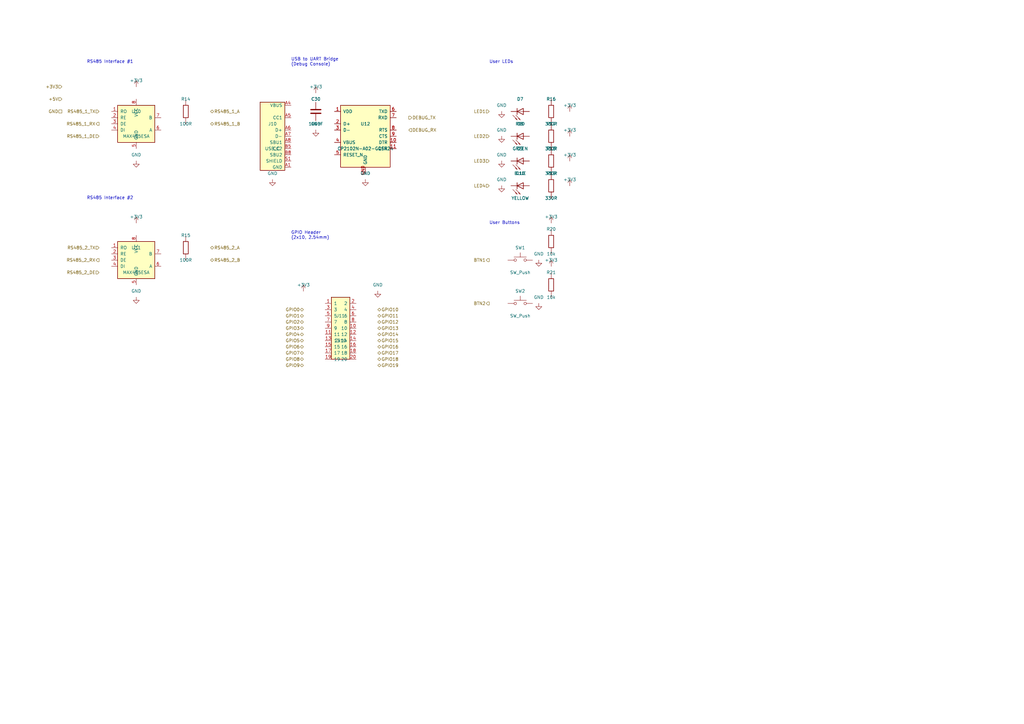
<source format=kicad_sch>
(kicad_sch (version 20250114) (generator "eeschema") (generator_version "9.0")
  (paper "A3")
  (title_block (title "Board Peripherals") (date "2024-12-11") (rev "1.0") (company "fcBoard Project"))
  (lib_symbols
    (symbol "fcBoard:+3V3" (power) (pin_numbers (hide yes)) (pin_names (offset 0) (hide yes)) (in_bom no)
      (property "Value" "+3V3" (at 0 3.81 0))
      (symbol "+3V3_0_1"
        (polyline (pts (xy -0.762 1.27) (xy 0 2.54)))
        (polyline (pts (xy 0 2.54) (xy 0.762 1.27)))
        (polyline (pts (xy 0 0) (xy 0 2.54)))
      )
      (symbol "+3V3_1_1"
        (pin power_in line (at 0 0 90) (length 0) (name "~") (number "1"))
      )
    )
    (symbol "fcBoard:+5V" (power) (pin_numbers (hide yes)) (pin_names (offset 0) (hide yes))
      (property "Value" "+5V" (at 0 3.81 0))
      (symbol "+5V_0_1"
        (polyline (pts (xy -0.762 1.27) (xy 0 2.54)))
        (polyline (pts (xy 0 2.54) (xy 0.762 1.27)))
        (polyline (pts (xy 0 0) (xy 0 2.54)))
      )
      (symbol "+5V_1_1"
        (pin power_in line (at 0 0 90) (length 0) (name "~") (number "1"))
      )
    )
    (symbol "fcBoard:C" (pin_numbers (hide yes)) (pin_names (offset 0.254))
      (property "Reference" "C" (at 0.635 2.54 0))
      (property "Value" "C" (at 0.635 -2.54 0))
      (symbol "C_0_1"
        (polyline (pts (xy -2.032 0.762) (xy 2.032 0.762)) (stroke (width 0.508)))
        (polyline (pts (xy -2.032 -0.762) (xy 2.032 -0.762)) (stroke (width 0.508)))
      )
      (symbol "C_1_1"
        (pin passive line (at 0 3.81 270) (length 2.794) (name "~") (number "1"))
        (pin passive line (at 0 -3.81 90) (length 2.794) (name "~") (number "2"))
      )
    )
    (symbol "fcBoard:CP2102N" (pin_names (offset 1.016))
      (property "Reference" "U" (at 0 15.24 0))
      (property "Value" "CP2102N" (at 0 -15.24 0))
      (symbol "CP2102N_0_1"
        (rectangle (start -10.16 12.7) (end 10.16 -12.7) (stroke (width 0.254)) (fill (type background)))
      )
      (symbol "CP2102N_1_1"
        (pin power_in line (at -12.7 10.16 0) (length 2.54) (name "VDD") (number "1"))
        (pin bidirectional line (at -12.7 5.08 0) (length 2.54) (name "D+") (number "2"))
        (pin bidirectional line (at -12.7 2.54 0) (length 2.54) (name "D-") (number "3"))
        (pin power_out line (at -12.7 -2.54 0) (length 2.54) (name "VBUS") (number "4"))
        (pin input line (at -12.7 -7.62 0) (length 2.54) (name "RESET_N") (number "5"))
        (pin power_in line (at 0 -15.24 90) (length 2.54) (name "GND") (number "GND"))
        (pin output line (at 12.7 10.16 180) (length 2.54) (name "TXD") (number "6"))
        (pin input line (at 12.7 7.62 180) (length 2.54) (name "RXD") (number "7"))
        (pin output line (at 12.7 2.54 180) (length 2.54) (name "RTS") (number "8"))
        (pin input line (at 12.7 0 180) (length 2.54) (name "CTS") (number "9"))
        (pin output line (at 12.7 -2.54 180) (length 2.54) (name "DTR") (number "10"))
        (pin input line (at 12.7 -5.08 180) (length 2.54) (name "DSR") (number "11"))
      )
    )
    (symbol "fcBoard:Conn_2x10" (pin_names (offset 1.016))
      (property "Reference" "J" (at 0 13.97 0))
      (property "Value" "Conn_2x10" (at 0 -13.97 0))
      (symbol "Conn_2x10_0_1"
        (rectangle (start -3.81 12.7) (end 3.81 -12.7) (stroke (width 0.254)) (fill (type background)))
      )
      (symbol "Conn_2x10_1_1"
        (pin passive line (at -6.35 10.16 0) (length 2.54) (name "1") (number "1"))
        (pin passive line (at -6.35 7.62 0) (length 2.54) (name "3") (number "3"))
        (pin passive line (at -6.35 5.08 0) (length 2.54) (name "5") (number "5"))
        (pin passive line (at -6.35 2.54 0) (length 2.54) (name "7") (number "7"))
        (pin passive line (at -6.35 0 0) (length 2.54) (name "9") (number "9"))
        (pin passive line (at -6.35 -2.54 0) (length 2.54) (name "11") (number "11"))
        (pin passive line (at -6.35 -5.08 0) (length 2.54) (name "13") (number "13"))
        (pin passive line (at -6.35 -7.62 0) (length 2.54) (name "15") (number "15"))
        (pin passive line (at -6.35 -10.16 0) (length 2.54) (name "17") (number "17"))
        (pin passive line (at -6.35 -12.7 0) (length 2.54) (name "19") (number "19"))
        (pin passive line (at 6.35 10.16 180) (length 2.54) (name "2") (number "2"))
        (pin passive line (at 6.35 7.62 180) (length 2.54) (name "4") (number "4"))
        (pin passive line (at 6.35 5.08 180) (length 2.54) (name "6") (number "6"))
        (pin passive line (at 6.35 2.54 180) (length 2.54) (name "8") (number "8"))
        (pin passive line (at 6.35 0 180) (length 2.54) (name "10") (number "10"))
        (pin passive line (at 6.35 -2.54 180) (length 2.54) (name "12") (number "12"))
        (pin passive line (at 6.35 -5.08 180) (length 2.54) (name "14") (number "14"))
        (pin passive line (at 6.35 -7.62 180) (length 2.54) (name "16") (number "16"))
        (pin passive line (at 6.35 -10.16 180) (length 2.54) (name "18") (number "18"))
        (pin passive line (at 6.35 -12.7 180) (length 2.54) (name "20") (number "20"))
      )
    )
    (symbol "fcBoard:GND" (power) (pin_numbers (hide yes)) (pin_names (offset 0) (hide yes)) (in_bom no)
      (property "Value" "GND" (at 0 -2.54 0))
      (symbol "GND_0_1"
        (polyline (pts (xy 0 0) (xy 0 -1.27) (xy 1.27 -1.27) (xy 0 -2.54) (xy -1.27 -1.27) (xy 0 -1.27)))
      )
      (symbol "GND_1_1"
        (pin power_in line (at 0 0 270) (length 0) (name "~") (number "1"))
      )
    )
    (symbol "fcBoard:LED" (pin_numbers (hide yes)) (pin_names (offset 1.016) (hide yes))
      (property "Reference" "D" (at 0 2.54 0))
      (property "Value" "LED" (at 0 -2.54 0))
      (symbol "LED_0_1"
        (polyline (pts (xy -3.048 -1.524) (xy -1.27 -3.302)))
        (polyline (pts (xy -2.032 -2.794) (xy -1.27 -3.556) (xy -1.778 -2.794)))
        (polyline (pts (xy -1.778 -1.524) (xy 0 -3.302)))
        (polyline (pts (xy -1.27 0) (xy 1.27 0)))
        (polyline (pts (xy -1.27 -1.27) (xy -1.27 1.27)) (stroke (width 0.254)))
        (polyline (pts (xy -0.762 -2.794) (xy 0 -3.556) (xy -0.508 -2.794)))
        (polyline (pts (xy 1.27 -1.27) (xy 1.27 1.27) (xy -1.27 0) (xy 1.27 -1.27)) (stroke (width 0.254)))
      )
      (symbol "LED_1_1"
        (pin passive line (at -3.81 0 0) (length 2.54) (name "K") (number "1"))
        (pin passive line (at 3.81 0 180) (length 2.54) (name "A") (number "2"))
      )
    )
    (symbol "fcBoard:MAX485" (pin_names (offset 1.016))
      (property "Reference" "U" (at 0 10.16 0))
      (property "Value" "MAX485" (at 0 -10.16 0))
      (symbol "MAX485_0_1"
        (rectangle (start -7.62 7.62) (end 7.62 -7.62) (stroke (width 0.254)) (fill (type background)))
      )
      (symbol "MAX485_1_1"
        (pin output line (at -10.16 5.08 0) (length 2.54) (name "RO") (number "1"))
        (pin input line (at -10.16 2.54 0) (length 2.54) (name "RE") (number "2"))
        (pin input line (at -10.16 0 0) (length 2.54) (name "DE") (number "3"))
        (pin input line (at -10.16 -2.54 0) (length 2.54) (name "DI") (number "4"))
        (pin power_in line (at 0 10.16 270) (length 2.54) (name "VCC") (number "8"))
        (pin power_in line (at 0 -10.16 90) (length 2.54) (name "GND") (number "5"))
        (pin bidirectional line (at 10.16 2.54 180) (length 2.54) (name "B") (number "7"))
        (pin bidirectional line (at 10.16 -2.54 180) (length 2.54) (name "A") (number "6"))
      )
    )
    (symbol "fcBoard:R" (pin_numbers (hide yes)) (pin_names (offset 0))
      (property "Reference" "R" (at 2.032 0 90))
      (property "Value" "R" (at 0 0 90))
      (symbol "R_0_1"
        (rectangle (start -1.016 -2.54) (end 1.016 2.54) (stroke (width 0.254)))
      )
      (symbol "R_1_1"
        (pin passive line (at 0 5.08 270) (length 2.54) (name "~") (number "1"))
        (pin passive line (at 0 -5.08 90) (length 2.54) (name "~") (number "2"))
      )
    )
    (symbol "fcBoard:SW_Push" (pin_numbers (hide yes)) (pin_names (offset 1.016) (hide yes))
      (property "Reference" "SW" (at 0 5.08 0))
      (property "Value" "SW_Push" (at 0 -3.81 0))
      (symbol "SW_Push_0_1"
        (polyline (pts (xy -2.54 1.27) (xy 2.54 1.27)))
        (circle (center -2.032 0) (radius 0.508))
        (polyline (pts (xy 0 1.27) (xy 0 3.048)))
        (circle (center 2.032 0) (radius 0.508))
      )
      (symbol "SW_Push_1_1"
        (pin passive line (at -5.08 0 0) (length 2.54) (name "1") (number "1"))
        (pin passive line (at 5.08 0 180) (length 2.54) (name "2") (number "2"))
      )
    )
    (symbol "fcBoard:USB_C" (pin_names (offset 1.016))
      (property "Reference" "J" (at 0 15.24 0))
      (property "Value" "USB_C" (at 0 -15.24 0))
      (symbol "USB_C_0_1"
        (rectangle (start -5.08 13.97) (end 5.08 -13.97) (stroke (width 0.254)) (fill (type background)))
      )
      (symbol "USB_C_1_1"
        (pin power_out line (at 7.62 12.7 180) (length 2.54) (name "VBUS") (number "A4"))
        (pin bidirectional line (at 7.62 7.62 180) (length 2.54) (name "CC1") (number "A5"))
        (pin bidirectional line (at 7.62 2.54 180) (length 2.54) (name "D+") (number "A6"))
        (pin bidirectional line (at 7.62 0 180) (length 2.54) (name "D-") (number "A7"))
        (pin bidirectional line (at 7.62 -2.54 180) (length 2.54) (name "SBU1") (number "A8"))
        (pin bidirectional line (at 7.62 -5.08 180) (length 2.54) (name "CC2") (number "B5"))
        (pin bidirectional line (at 7.62 -7.62 180) (length 2.54) (name "SBU2") (number "B8"))
        (pin passive line (at 7.62 -10.16 180) (length 2.54) (name "SHIELD") (number "S1"))
        (pin power_in line (at 7.62 -12.7 180) (length 2.54) (name "GND") (number "A1"))
      )
    )
  )
  (text "USB to UART Bridge\n(Debug Console)" (at 119.38 25.4 0) (effects (font (size 1.27 1.27)) (justify left)))
  (text "RS485 Interface #2" (at 35.56 81.28 0) (effects (font (size 1.27 1.27)) (justify left)))
  (text "User Buttons" (at 200.66 91.44 0) (effects (font (size 1.27 1.27)) (justify left)))
  (text "User LEDs" (at 200.66 25.4 0) (effects (font (size 1.27 1.27)) (justify left)))
  (text "GPIO Header\n(2x10, 2.54mm)" (at 119.38 96.52 0) (effects (font (size 1.27 1.27)) (justify left)))
  (text "RS485 Interface #1" (at 35.56 25.4 0) (effects (font (size 1.27 1.27)) (justify left)))
  (hierarchical_label "GPIO15" (shape bidirectional) (at 154.94 139.7 0))
  (hierarchical_label "RS485_1_TX" (shape input) (at 40.64 45.72 180))
  (hierarchical_label "GPIO8" (shape bidirectional) (at 124.46 147.32 180))
  (hierarchical_label "LED1" (shape input) (at 200.66 45.72 180))
  (hierarchical_label "GPIO16" (shape bidirectional) (at 154.94 142.24 0))
  (hierarchical_label "RS485_2_B" (shape bidirectional) (at 86.36 106.68 0))
  (hierarchical_label "GPIO1" (shape bidirectional) (at 124.46 129.54 180))
  (hierarchical_label "GPIO3" (shape bidirectional) (at 124.46 134.62 180))
  (hierarchical_label "GPIO14" (shape bidirectional) (at 154.94 137.16 0))
  (hierarchical_label "RS485_2_DE" (shape input) (at 40.64 111.76 180))
  (hierarchical_label "GPIO2" (shape bidirectional) (at 124.46 132.08 180))
  (hierarchical_label "GPIO18" (shape bidirectional) (at 154.94 147.32 0))
  (hierarchical_label "GPIO6" (shape bidirectional) (at 124.46 142.24 180))
  (hierarchical_label "RS485_2_A" (shape bidirectional) (at 86.36 101.6 0))
  (hierarchical_label "DEBUG_RX" (shape input) (at 167.64 53.34 0))
  (hierarchical_label "GPIO0" (shape bidirectional) (at 124.46 127 180))
  (hierarchical_label "GPIO19" (shape bidirectional) (at 154.94 149.86 0))
  (hierarchical_label "RS485_2_RX" (shape output) (at 40.64 106.68 180))
  (hierarchical_label "+3V3" (shape input) (at 25.4 35.56 180))
  (hierarchical_label "GPIO4" (shape bidirectional) (at 124.46 137.16 180))
  (hierarchical_label "LED3" (shape input) (at 200.66 66.04 180))
  (hierarchical_label "RS485_1_DE" (shape input) (at 40.64 55.88 180))
  (hierarchical_label "GPIO13" (shape bidirectional) (at 154.94 134.62 0))
  (hierarchical_label "GPIO9" (shape bidirectional) (at 124.46 149.86 180))
  (hierarchical_label "RS485_2_TX" (shape input) (at 40.64 101.6 180))
  (hierarchical_label "GPIO5" (shape bidirectional) (at 124.46 139.7 180))
  (hierarchical_label "DEBUG_TX" (shape output) (at 167.64 48.26 0))
  (hierarchical_label "GPIO17" (shape bidirectional) (at 154.94 144.78 0))
  (hierarchical_label "GPIO10" (shape bidirectional) (at 154.94 127 0))
  (hierarchical_label "GPIO11" (shape bidirectional) (at 154.94 129.54 0))
  (hierarchical_label "RS485_1_B" (shape bidirectional) (at 86.36 50.8 0))
  (hierarchical_label "GPIO7" (shape bidirectional) (at 124.46 144.78 180))
  (hierarchical_label "RS485_1_A" (shape bidirectional) (at 86.36 45.72 0))
  (hierarchical_label "BTN1" (shape output) (at 200.66 106.68 180))
  (hierarchical_label "GPIO12" (shape bidirectional) (at 154.94 132.08 0))
  (hierarchical_label "GND" (shape passive) (at 25.4 45.72 180))
  (hierarchical_label "RS485_1_RX" (shape output) (at 40.64 50.8 180))
  (hierarchical_label "LED4" (shape input) (at 200.66 76.2 180))
  (hierarchical_label "+5V" (shape input) (at 25.4 40.64 180))
  (hierarchical_label "BTN2" (shape output) (at 200.66 124.46 180))
  (hierarchical_label "LED2" (shape input) (at 200.66 55.88 180))
  (symbol (lib_id "fcBoard:R") (at 226.06 116.84 0) (unit 1)
    (property "Reference" "R21" (at 226.06 111.76 0))
    (property "Value" "10k" (at 226.06 121.92 0))
    (property "Footprint" "jlc_components:R0402" (effects (hide yes)))
    (property "Description" "Resistor" (effects (hide yes)))
    (property "LCSC Part" "C25804" (effects (hide yes)))
  )
  (symbol (lib_id "fcBoard:+3V3") (at 129.54 38.1 0) (unit 1) (in_bom no)
    (property "Reference" "#PWR079" (effects (hide yes)))
    (property "Value" "+3V3" (at 129.54 35.56 0))
    (property "Description" "+3.3V Power Rail" (effects (hide yes)))
  )
  (symbol (lib_id "fcBoard:USB_C") (at 111.76 55.88 0) (unit 1)
    (property "Reference" "J10" (at 111.76 50.8 0))
    (property "Value" "USB_C" (at 111.76 60.96 0))
    (property "Footprint" "jlc_components:USB-C-SMD_TYPE-C-31-M-12" (effects (hide yes)))
    (property "Description" "USB Type-C Receptacle" (effects (hide yes)))
    (property "LCSC Part" "C165948" (effects (hide yes)))
  )
  (symbol (lib_id "fcBoard:R") (at 226.06 55.88 0) (unit 1)
    (property "Reference" "R17" (at 226.06 50.8 0))
    (property "Value" "330R" (at 226.06 60.96 0))
    (property "Footprint" "jlc_components:R0402" (effects (hide yes)))
    (property "Description" "Resistor" (effects (hide yes)))
    (property "LCSC Part" "C72038" (effects (hide yes)))
  )
  (symbol (lib_id "fcBoard:C") (at 129.54 45.72 0) (unit 1)
    (property "Reference" "C30" (at 129.54 40.64 0))
    (property "Value" "100nF" (at 129.54 50.8 0))
    (property "Footprint" "jlc_components:C0402" (effects (hide yes)))
    (property "Description" "Capacitor" (effects (hide yes)))
    (property "LCSC Part" "C11702" (effects (hide yes)))
  )
  (symbol (lib_id "fcBoard:GND") (at 205.74 66.04 0) (unit 1) (in_bom no)
    (property "Reference" "#PWR085" (effects (hide yes)))
    (property "Value" "GND" (at 205.74 63.5 0))
    (property "Description" "Power Ground" (effects (hide yes)))
  )
  (symbol (lib_id "fcBoard:SW_Push") (at 213.36 106.68 0) (unit 1)
    (property "Reference" "SW1" (at 213.36 101.6 0))
    (property "Value" "SW_Push" (at 213.36 111.76 0))
    (property "Footprint" "jlc_components:SW-SMD_L4.0-W4.0-P2.20" (effects (hide yes)))
    (property "Description" "Push button switch" (effects (hide yes)))
    (property "LCSC Part" "C115357" (effects (hide yes)))
  )
  (symbol (lib_id "fcBoard:+3V3") (at 226.06 109.22 0) (unit 1) (in_bom no)
    (property "Reference" "#PWR090" (effects (hide yes)))
    (property "Value" "+3V3" (at 226.06 106.68 0))
    (property "Description" "+3.3V Power Rail" (effects (hide yes)))
  )
  (symbol (lib_id "fcBoard:GND") (at 205.74 76.2 0) (unit 1) (in_bom no)
    (property "Reference" "#PWR086" (effects (hide yes)))
    (property "Value" "GND" (at 205.74 73.66 0))
    (property "Description" "Power Ground" (effects (hide yes)))
  )
  (symbol (lib_id "fcBoard:+3V3") (at 233.68 76.2 0) (unit 1) (in_bom no)
    (property "Reference" "#PWR094" (effects (hide yes)))
    (property "Value" "+3V3" (at 233.68 73.66 0))
    (property "Description" "+3.3V Power Rail" (effects (hide yes)))
  )
  (symbol (lib_id "fcBoard:CP2102N") (at 149.86 55.88 0) (unit 1)
    (property "Reference" "U12" (at 149.86 50.8 0))
    (property "Value" "CP2102N-A02-GQFN24" (at 149.86 60.96 0))
    (property "Footprint" "Package_DFN_QFN:QFN-28-1EP_5x5mm_P0.5mm_EP3.35x3.35mm" (effects (hide yes)))
    (property "Description" "USB to UART Bridge" (effects (hide yes)))
    (property "LCSC Part" "C105018" (effects (hide yes)))
  )
  (symbol (lib_id "fcBoard:GND") (at 55.88 121.92 0) (unit 1) (in_bom no)
    (property "Reference" "#PWR076" (effects (hide yes)))
    (property "Value" "GND" (at 55.88 119.38 0))
    (property "Description" "Power Ground" (effects (hide yes)))
  )
  (symbol (lib_id "fcBoard:GND") (at 205.74 55.88 0) (unit 1) (in_bom no)
    (property "Reference" "#PWR084" (effects (hide yes)))
    (property "Value" "GND" (at 205.74 53.34 0))
    (property "Description" "Power Ground" (effects (hide yes)))
  )
  (symbol (lib_id "fcBoard:+3V3") (at 124.46 119.38 0) (unit 1) (in_bom no)
    (property "Reference" "#PWR078" (effects (hide yes)))
    (property "Value" "+3V3" (at 124.46 116.84 0))
    (property "Description" "+3.3V Power Rail" (effects (hide yes)))
  )
  (symbol (lib_id "fcBoard:+3V3") (at 55.88 35.56 0) (unit 1) (in_bom no)
    (property "Reference" "#PWR073" (effects (hide yes)))
    (property "Value" "+3V3" (at 55.88 33.02 0))
    (property "Description" "+3.3V Power Rail" (effects (hide yes)))
  )
  (symbol (lib_id "fcBoard:SW_Push") (at 213.36 124.46 0) (unit 1)
    (property "Reference" "SW2" (at 213.36 119.38 0))
    (property "Value" "SW_Push" (at 213.36 129.54 0))
    (property "Footprint" "jlc_components:SW-SMD_L4.0-W4.0-P2.20" (effects (hide yes)))
    (property "Description" "Push button switch" (effects (hide yes)))
    (property "LCSC Part" "C115357" (effects (hide yes)))
  )
  (symbol (lib_id "fcBoard:LED") (at 213.36 66.04 0) (unit 1)
    (property "Reference" "D9" (at 213.36 60.96 0))
    (property "Value" "BLUE" (at 213.36 71.12 0))
    (property "Footprint" "jlc_components:LED0603-RD" (effects (hide yes)))
    (property "Description" "LED" (effects (hide yes)))
    (property "LCSC Part" "C72041" (effects (hide yes)))
  )
  (symbol (lib_id "fcBoard:+3V3") (at 55.88 91.44 0) (unit 1) (in_bom no)
    (property "Reference" "#PWR075" (effects (hide yes)))
    (property "Value" "+3V3" (at 55.88 88.9 0))
    (property "Description" "+3.3V Power Rail" (effects (hide yes)))
  )
  (symbol (lib_id "fcBoard:+3V3") (at 233.68 55.88 0) (unit 1) (in_bom no)
    (property "Reference" "#PWR092" (effects (hide yes)))
    (property "Value" "+3V3" (at 233.68 53.34 0))
    (property "Description" "+3.3V Power Rail" (effects (hide yes)))
  )
  (symbol (lib_id "fcBoard:+3V3") (at 233.68 66.04 0) (unit 1) (in_bom no)
    (property "Reference" "#PWR093" (effects (hide yes)))
    (property "Value" "+3V3" (at 233.68 63.5 0))
    (property "Description" "+3.3V Power Rail" (effects (hide yes)))
  )
  (symbol (lib_id "fcBoard:GND") (at 149.86 73.66 0) (unit 1) (in_bom no)
    (property "Reference" "#PWR081" (effects (hide yes)))
    (property "Value" "GND" (at 149.86 71.12 0))
    (property "Description" "Power Ground" (effects (hide yes)))
  )
  (symbol (lib_id "fcBoard:GND") (at 205.74 45.72 0) (unit 1) (in_bom no)
    (property "Reference" "#PWR083" (effects (hide yes)))
    (property "Value" "GND" (at 205.74 43.18 0))
    (property "Description" "Power Ground" (effects (hide yes)))
  )
  (symbol (lib_id "fcBoard:R") (at 226.06 45.72 0) (unit 1)
    (property "Reference" "R16" (at 226.06 40.64 0))
    (property "Value" "330R" (at 226.06 50.8 0))
    (property "Footprint" "jlc_components:R0402" (effects (hide yes)))
    (property "Description" "Resistor" (effects (hide yes)))
    (property "LCSC Part" "C72038" (effects (hide yes)))
  )
  (symbol (lib_id "fcBoard:R") (at 226.06 99.06 0) (unit 1)
    (property "Reference" "R20" (at 226.06 93.98 0))
    (property "Value" "10k" (at 226.06 104.14 0))
    (property "Footprint" "jlc_components:R0402" (effects (hide yes)))
    (property "Description" "Resistor" (effects (hide yes)))
    (property "LCSC Part" "C25804" (effects (hide yes)))
  )
  (symbol (lib_id "fcBoard:GND") (at 154.94 119.38 0) (unit 1) (in_bom no)
    (property "Reference" "#PWR082" (effects (hide yes)))
    (property "Value" "GND" (at 154.94 116.84 0))
    (property "Description" "Power Ground" (effects (hide yes)))
  )
  (symbol (lib_id "fcBoard:R") (at 226.06 66.04 0) (unit 1)
    (property "Reference" "R18" (at 226.06 60.96 0))
    (property "Value" "330R" (at 226.06 71.12 0))
    (property "Footprint" "jlc_components:R0402" (effects (hide yes)))
    (property "Description" "Resistor" (effects (hide yes)))
    (property "LCSC Part" "C72038" (effects (hide yes)))
  )
  (symbol (lib_id "fcBoard:+3V3") (at 226.06 91.44 0) (unit 1) (in_bom no)
    (property "Reference" "#PWR089" (effects (hide yes)))
    (property "Value" "+3V3" (at 226.06 88.9 0))
    (property "Description" "+3.3V Power Rail" (effects (hide yes)))
  )
  (symbol (lib_id "fcBoard:MAX485") (at 55.88 50.8 0) (unit 1)
    (property "Reference" "U10" (at 55.88 45.72 0))
    (property "Value" "MAX485ESA" (at 55.88 55.88 0))
    (property "Footprint" "Package_SO:SOIC-8_3.9x4.9mm_P1.27mm" (effects (hide yes)))
    (property "Description" "RS485 Transceiver" (effects (hide yes)))
    (property "LCSC Part" "C9106" (effects (hide yes)))
  )
  (symbol (lib_id "fcBoard:R") (at 226.06 76.2 0) (unit 1)
    (property "Reference" "R19" (at 226.06 71.12 0))
    (property "Value" "330R" (at 226.06 81.28 0))
    (property "Footprint" "jlc_components:R0402" (effects (hide yes)))
    (property "Description" "Resistor" (effects (hide yes)))
    (property "LCSC Part" "C72038" (effects (hide yes)))
  )
  (symbol (lib_id "fcBoard:R") (at 76.2 101.6 0) (unit 1)
    (property "Reference" "R15" (at 76.2 96.52 0))
    (property "Value" "100R" (at 76.2 106.68 0))
    (property "Footprint" "jlc_components:R0402" (effects (hide yes)))
    (property "Description" "Resistor" (effects (hide yes)))
    (property "LCSC Part" "C25076" (effects (hide yes)))
  )
  (symbol (lib_id "fcBoard:MAX485") (at 55.88 106.68 0) (unit 1)
    (property "Reference" "U11" (at 55.88 101.6 0))
    (property "Value" "MAX485ESA" (at 55.88 111.76 0))
    (property "Footprint" "Package_SO:SOIC-8_3.9x4.9mm_P1.27mm" (effects (hide yes)))
    (property "Description" "RS485 Transceiver" (effects (hide yes)))
    (property "LCSC Part" "C9106" (effects (hide yes)))
  )
  (symbol (lib_id "fcBoard:+3V3") (at 233.68 45.72 0) (unit 1) (in_bom no)
    (property "Reference" "#PWR091" (effects (hide yes)))
    (property "Value" "+3V3" (at 233.68 43.18 0))
    (property "Description" "+3.3V Power Rail" (effects (hide yes)))
  )
  (symbol (lib_id "fcBoard:Conn_2x10") (at 139.7 134.62 0) (unit 1)
    (property "Reference" "J11" (at 139.7 129.54 0))
    (property "Value" "2x10" (at 139.7 139.7 0))
    (property "Footprint" "jlc_components:HDR-TH_20P-P2.54-V-2X10" (effects (hide yes)))
    (property "Description" "2x10 Pin Header" (effects (hide yes)))
    (property "LCSC Part" "C124378" (effects (hide yes)))
  )
  (symbol (lib_id "fcBoard:LED") (at 213.36 76.2 0) (unit 1)
    (property "Reference" "D10" (at 213.36 71.12 0))
    (property "Value" "YELLOW" (at 213.36 81.28 0))
    (property "Footprint" "jlc_components:LED0603-RD" (effects (hide yes)))
    (property "Description" "LED" (effects (hide yes)))
    (property "LCSC Part" "C72038" (effects (hide yes)))
  )
  (symbol (lib_id "fcBoard:R") (at 76.2 45.72 0) (unit 1)
    (property "Reference" "R14" (at 76.2 40.64 0))
    (property "Value" "100R" (at 76.2 50.8 0))
    (property "Footprint" "jlc_components:R0402" (effects (hide yes)))
    (property "Description" "Resistor" (effects (hide yes)))
    (property "LCSC Part" "C25076" (effects (hide yes)))
  )
  (symbol (lib_id "fcBoard:LED") (at 213.36 55.88 0) (unit 1)
    (property "Reference" "D8" (at 213.36 50.8 0))
    (property "Value" "GREEN" (at 213.36 60.96 0))
    (property "Footprint" "jlc_components:LED0603-RD" (effects (hide yes)))
    (property "Description" "LED" (effects (hide yes)))
    (property "LCSC Part" "C2286" (effects (hide yes)))
  )
  (symbol (lib_id "fcBoard:LED") (at 213.36 45.72 0) (unit 1)
    (property "Reference" "D7" (at 213.36 40.64 0))
    (property "Value" "RED" (at 213.36 50.8 0))
    (property "Footprint" "jlc_components:LED0603-RD" (effects (hide yes)))
    (property "Description" "LED" (effects (hide yes)))
    (property "LCSC Part" "C2290" (effects (hide yes)))
  )
  (symbol (lib_id "fcBoard:GND") (at 220.98 124.46 0) (unit 1) (in_bom no)
    (property "Reference" "#PWR088" (effects (hide yes)))
    (property "Value" "GND" (at 220.98 121.92 0))
    (property "Description" "Power Ground" (effects (hide yes)))
  )
  (symbol (lib_id "fcBoard:GND") (at 129.54 53.34 0) (unit 1) (in_bom no)
    (property "Reference" "#PWR080" (effects (hide yes)))
    (property "Value" "GND" (at 129.54 50.8 0))
    (property "Description" "Power Ground" (effects (hide yes)))
  )
  (symbol (lib_id "fcBoard:GND") (at 220.98 106.68 0) (unit 1) (in_bom no)
    (property "Reference" "#PWR087" (effects (hide yes)))
    (property "Value" "GND" (at 220.98 104.14 0))
    (property "Description" "Power Ground" (effects (hide yes)))
  )
  (symbol (lib_id "fcBoard:GND") (at 55.88 66.04 0) (unit 1) (in_bom no)
    (property "Reference" "#PWR074" (effects (hide yes)))
    (property "Value" "GND" (at 55.88 63.5 0))
    (property "Description" "Power Ground" (effects (hide yes)))
  )
  (symbol (lib_id "fcBoard:GND") (at 111.76 73.66 0) (unit 1) (in_bom no)
    (property "Reference" "#PWR077" (effects (hide yes)))
    (property "Value" "GND" (at 111.76 71.12 0))
    (property "Description" "Power Ground" (effects (hide yes)))
  )
)
</source>
